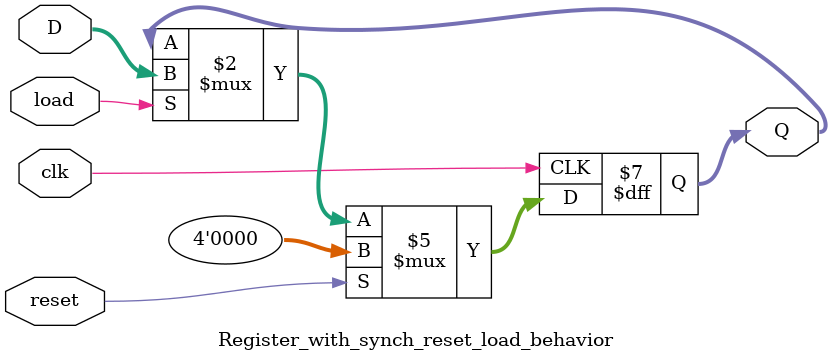
<source format=v>
`timescale 1ns / 1ps


module Register_with_synch_reset_load_behavior(
    input [3:0] D,
    input clk,
    input reset,
    input load,
    output reg [3:0] Q 
    );
    always @(posedge clk)
    if (reset)
    begin
        Q <= 4'b0;
    end
    else if (load)
    begin 
        Q <= D;
    end
    
endmodule

</source>
